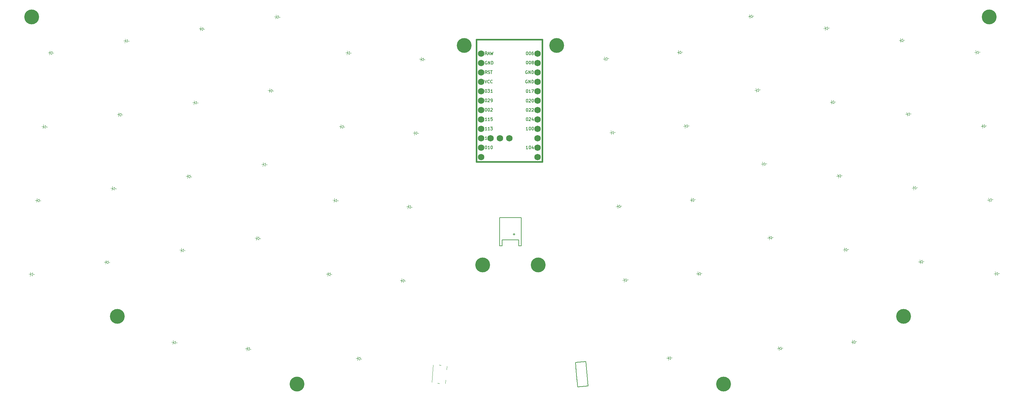
<source format=gbr>
%TF.GenerationSoftware,KiCad,Pcbnew,9.0.2*%
%TF.CreationDate,2025-06-04T11:45:29-06:00*%
%TF.ProjectId,chasm-v4,63686173-6d2d-4763-942e-6b696361645f,v1.0.0*%
%TF.SameCoordinates,Original*%
%TF.FileFunction,Legend,Top*%
%TF.FilePolarity,Positive*%
%FSLAX46Y46*%
G04 Gerber Fmt 4.6, Leading zero omitted, Abs format (unit mm)*
G04 Created by KiCad (PCBNEW 9.0.2) date 2025-06-04 11:45:29*
%MOMM*%
%LPD*%
G01*
G04 APERTURE LIST*
%ADD10C,0.150000*%
%ADD11C,0.381000*%
%ADD12C,0.100000*%
%ADD13C,0.120000*%
%ADD14C,1.752600*%
%ADD15C,4.000000*%
G04 APERTURE END LIST*
D10*
X235168479Y-63954854D02*
X234711336Y-63954854D01*
X234939908Y-63954854D02*
X234939908Y-63154854D01*
X234939908Y-63154854D02*
X234863717Y-63269139D01*
X234863717Y-63269139D02*
X234787527Y-63345330D01*
X234787527Y-63345330D02*
X234711336Y-63383425D01*
X235663718Y-63154854D02*
X235739908Y-63154854D01*
X235739908Y-63154854D02*
X235816099Y-63192949D01*
X235816099Y-63192949D02*
X235854194Y-63231044D01*
X235854194Y-63231044D02*
X235892289Y-63307235D01*
X235892289Y-63307235D02*
X235930384Y-63459616D01*
X235930384Y-63459616D02*
X235930384Y-63650092D01*
X235930384Y-63650092D02*
X235892289Y-63802473D01*
X235892289Y-63802473D02*
X235854194Y-63878663D01*
X235854194Y-63878663D02*
X235816099Y-63916759D01*
X235816099Y-63916759D02*
X235739908Y-63954854D01*
X235739908Y-63954854D02*
X235663718Y-63954854D01*
X235663718Y-63954854D02*
X235587527Y-63916759D01*
X235587527Y-63916759D02*
X235549432Y-63878663D01*
X235549432Y-63878663D02*
X235511337Y-63802473D01*
X235511337Y-63802473D02*
X235473241Y-63650092D01*
X235473241Y-63650092D02*
X235473241Y-63459616D01*
X235473241Y-63459616D02*
X235511337Y-63307235D01*
X235511337Y-63307235D02*
X235549432Y-63231044D01*
X235549432Y-63231044D02*
X235587527Y-63192949D01*
X235587527Y-63192949D02*
X235663718Y-63154854D01*
X236616099Y-63421520D02*
X236616099Y-63954854D01*
X236425623Y-63116759D02*
X236235146Y-63688187D01*
X236235146Y-63688187D02*
X236730385Y-63688187D01*
X235168479Y-58874854D02*
X234711336Y-58874854D01*
X234939908Y-58874854D02*
X234939908Y-58074854D01*
X234939908Y-58074854D02*
X234863717Y-58189139D01*
X234863717Y-58189139D02*
X234787527Y-58265330D01*
X234787527Y-58265330D02*
X234711336Y-58303425D01*
X235663718Y-58074854D02*
X235739908Y-58074854D01*
X235739908Y-58074854D02*
X235816099Y-58112949D01*
X235816099Y-58112949D02*
X235854194Y-58151044D01*
X235854194Y-58151044D02*
X235892289Y-58227235D01*
X235892289Y-58227235D02*
X235930384Y-58379616D01*
X235930384Y-58379616D02*
X235930384Y-58570092D01*
X235930384Y-58570092D02*
X235892289Y-58722473D01*
X235892289Y-58722473D02*
X235854194Y-58798663D01*
X235854194Y-58798663D02*
X235816099Y-58836759D01*
X235816099Y-58836759D02*
X235739908Y-58874854D01*
X235739908Y-58874854D02*
X235663718Y-58874854D01*
X235663718Y-58874854D02*
X235587527Y-58836759D01*
X235587527Y-58836759D02*
X235549432Y-58798663D01*
X235549432Y-58798663D02*
X235511337Y-58722473D01*
X235511337Y-58722473D02*
X235473241Y-58570092D01*
X235473241Y-58570092D02*
X235473241Y-58379616D01*
X235473241Y-58379616D02*
X235511337Y-58227235D01*
X235511337Y-58227235D02*
X235549432Y-58151044D01*
X235549432Y-58151044D02*
X235587527Y-58112949D01*
X235587527Y-58112949D02*
X235663718Y-58074854D01*
X236425623Y-58074854D02*
X236501813Y-58074854D01*
X236501813Y-58074854D02*
X236578004Y-58112949D01*
X236578004Y-58112949D02*
X236616099Y-58151044D01*
X236616099Y-58151044D02*
X236654194Y-58227235D01*
X236654194Y-58227235D02*
X236692289Y-58379616D01*
X236692289Y-58379616D02*
X236692289Y-58570092D01*
X236692289Y-58570092D02*
X236654194Y-58722473D01*
X236654194Y-58722473D02*
X236616099Y-58798663D01*
X236616099Y-58798663D02*
X236578004Y-58836759D01*
X236578004Y-58836759D02*
X236501813Y-58874854D01*
X236501813Y-58874854D02*
X236425623Y-58874854D01*
X236425623Y-58874854D02*
X236349432Y-58836759D01*
X236349432Y-58836759D02*
X236311337Y-58798663D01*
X236311337Y-58798663D02*
X236273242Y-58722473D01*
X236273242Y-58722473D02*
X236235146Y-58570092D01*
X236235146Y-58570092D02*
X236235146Y-58379616D01*
X236235146Y-58379616D02*
X236273242Y-58227235D01*
X236273242Y-58227235D02*
X236311337Y-58151044D01*
X236311337Y-58151044D02*
X236349432Y-58112949D01*
X236349432Y-58112949D02*
X236425623Y-58074854D01*
X234901813Y-55534854D02*
X234978003Y-55534854D01*
X234978003Y-55534854D02*
X235054194Y-55572949D01*
X235054194Y-55572949D02*
X235092289Y-55611044D01*
X235092289Y-55611044D02*
X235130384Y-55687235D01*
X235130384Y-55687235D02*
X235168479Y-55839616D01*
X235168479Y-55839616D02*
X235168479Y-56030092D01*
X235168479Y-56030092D02*
X235130384Y-56182473D01*
X235130384Y-56182473D02*
X235092289Y-56258663D01*
X235092289Y-56258663D02*
X235054194Y-56296759D01*
X235054194Y-56296759D02*
X234978003Y-56334854D01*
X234978003Y-56334854D02*
X234901813Y-56334854D01*
X234901813Y-56334854D02*
X234825622Y-56296759D01*
X234825622Y-56296759D02*
X234787527Y-56258663D01*
X234787527Y-56258663D02*
X234749432Y-56182473D01*
X234749432Y-56182473D02*
X234711336Y-56030092D01*
X234711336Y-56030092D02*
X234711336Y-55839616D01*
X234711336Y-55839616D02*
X234749432Y-55687235D01*
X234749432Y-55687235D02*
X234787527Y-55611044D01*
X234787527Y-55611044D02*
X234825622Y-55572949D01*
X234825622Y-55572949D02*
X234901813Y-55534854D01*
X235473241Y-55611044D02*
X235511337Y-55572949D01*
X235511337Y-55572949D02*
X235587527Y-55534854D01*
X235587527Y-55534854D02*
X235778003Y-55534854D01*
X235778003Y-55534854D02*
X235854194Y-55572949D01*
X235854194Y-55572949D02*
X235892289Y-55611044D01*
X235892289Y-55611044D02*
X235930384Y-55687235D01*
X235930384Y-55687235D02*
X235930384Y-55763425D01*
X235930384Y-55763425D02*
X235892289Y-55877711D01*
X235892289Y-55877711D02*
X235435146Y-56334854D01*
X235435146Y-56334854D02*
X235930384Y-56334854D01*
X236616099Y-55801520D02*
X236616099Y-56334854D01*
X236425623Y-55496759D02*
X236235146Y-56068187D01*
X236235146Y-56068187D02*
X236730385Y-56068187D01*
X234901813Y-53024854D02*
X234978003Y-53024854D01*
X234978003Y-53024854D02*
X235054194Y-53062949D01*
X235054194Y-53062949D02*
X235092289Y-53101044D01*
X235092289Y-53101044D02*
X235130384Y-53177235D01*
X235130384Y-53177235D02*
X235168479Y-53329616D01*
X235168479Y-53329616D02*
X235168479Y-53520092D01*
X235168479Y-53520092D02*
X235130384Y-53672473D01*
X235130384Y-53672473D02*
X235092289Y-53748663D01*
X235092289Y-53748663D02*
X235054194Y-53786759D01*
X235054194Y-53786759D02*
X234978003Y-53824854D01*
X234978003Y-53824854D02*
X234901813Y-53824854D01*
X234901813Y-53824854D02*
X234825622Y-53786759D01*
X234825622Y-53786759D02*
X234787527Y-53748663D01*
X234787527Y-53748663D02*
X234749432Y-53672473D01*
X234749432Y-53672473D02*
X234711336Y-53520092D01*
X234711336Y-53520092D02*
X234711336Y-53329616D01*
X234711336Y-53329616D02*
X234749432Y-53177235D01*
X234749432Y-53177235D02*
X234787527Y-53101044D01*
X234787527Y-53101044D02*
X234825622Y-53062949D01*
X234825622Y-53062949D02*
X234901813Y-53024854D01*
X235473241Y-53101044D02*
X235511337Y-53062949D01*
X235511337Y-53062949D02*
X235587527Y-53024854D01*
X235587527Y-53024854D02*
X235778003Y-53024854D01*
X235778003Y-53024854D02*
X235854194Y-53062949D01*
X235854194Y-53062949D02*
X235892289Y-53101044D01*
X235892289Y-53101044D02*
X235930384Y-53177235D01*
X235930384Y-53177235D02*
X235930384Y-53253425D01*
X235930384Y-53253425D02*
X235892289Y-53367711D01*
X235892289Y-53367711D02*
X235435146Y-53824854D01*
X235435146Y-53824854D02*
X235930384Y-53824854D01*
X236235146Y-53101044D02*
X236273242Y-53062949D01*
X236273242Y-53062949D02*
X236349432Y-53024854D01*
X236349432Y-53024854D02*
X236539908Y-53024854D01*
X236539908Y-53024854D02*
X236616099Y-53062949D01*
X236616099Y-53062949D02*
X236654194Y-53101044D01*
X236654194Y-53101044D02*
X236692289Y-53177235D01*
X236692289Y-53177235D02*
X236692289Y-53253425D01*
X236692289Y-53253425D02*
X236654194Y-53367711D01*
X236654194Y-53367711D02*
X236197051Y-53824854D01*
X236197051Y-53824854D02*
X236692289Y-53824854D01*
X234901813Y-50524854D02*
X234978003Y-50524854D01*
X234978003Y-50524854D02*
X235054194Y-50562949D01*
X235054194Y-50562949D02*
X235092289Y-50601044D01*
X235092289Y-50601044D02*
X235130384Y-50677235D01*
X235130384Y-50677235D02*
X235168479Y-50829616D01*
X235168479Y-50829616D02*
X235168479Y-51020092D01*
X235168479Y-51020092D02*
X235130384Y-51172473D01*
X235130384Y-51172473D02*
X235092289Y-51248663D01*
X235092289Y-51248663D02*
X235054194Y-51286759D01*
X235054194Y-51286759D02*
X234978003Y-51324854D01*
X234978003Y-51324854D02*
X234901813Y-51324854D01*
X234901813Y-51324854D02*
X234825622Y-51286759D01*
X234825622Y-51286759D02*
X234787527Y-51248663D01*
X234787527Y-51248663D02*
X234749432Y-51172473D01*
X234749432Y-51172473D02*
X234711336Y-51020092D01*
X234711336Y-51020092D02*
X234711336Y-50829616D01*
X234711336Y-50829616D02*
X234749432Y-50677235D01*
X234749432Y-50677235D02*
X234787527Y-50601044D01*
X234787527Y-50601044D02*
X234825622Y-50562949D01*
X234825622Y-50562949D02*
X234901813Y-50524854D01*
X235473241Y-50601044D02*
X235511337Y-50562949D01*
X235511337Y-50562949D02*
X235587527Y-50524854D01*
X235587527Y-50524854D02*
X235778003Y-50524854D01*
X235778003Y-50524854D02*
X235854194Y-50562949D01*
X235854194Y-50562949D02*
X235892289Y-50601044D01*
X235892289Y-50601044D02*
X235930384Y-50677235D01*
X235930384Y-50677235D02*
X235930384Y-50753425D01*
X235930384Y-50753425D02*
X235892289Y-50867711D01*
X235892289Y-50867711D02*
X235435146Y-51324854D01*
X235435146Y-51324854D02*
X235930384Y-51324854D01*
X236425623Y-50524854D02*
X236501813Y-50524854D01*
X236501813Y-50524854D02*
X236578004Y-50562949D01*
X236578004Y-50562949D02*
X236616099Y-50601044D01*
X236616099Y-50601044D02*
X236654194Y-50677235D01*
X236654194Y-50677235D02*
X236692289Y-50829616D01*
X236692289Y-50829616D02*
X236692289Y-51020092D01*
X236692289Y-51020092D02*
X236654194Y-51172473D01*
X236654194Y-51172473D02*
X236616099Y-51248663D01*
X236616099Y-51248663D02*
X236578004Y-51286759D01*
X236578004Y-51286759D02*
X236501813Y-51324854D01*
X236501813Y-51324854D02*
X236425623Y-51324854D01*
X236425623Y-51324854D02*
X236349432Y-51286759D01*
X236349432Y-51286759D02*
X236311337Y-51248663D01*
X236311337Y-51248663D02*
X236273242Y-51172473D01*
X236273242Y-51172473D02*
X236235146Y-51020092D01*
X236235146Y-51020092D02*
X236235146Y-50829616D01*
X236235146Y-50829616D02*
X236273242Y-50677235D01*
X236273242Y-50677235D02*
X236311337Y-50601044D01*
X236311337Y-50601044D02*
X236349432Y-50562949D01*
X236349432Y-50562949D02*
X236425623Y-50524854D01*
X234901813Y-47924854D02*
X234978003Y-47924854D01*
X234978003Y-47924854D02*
X235054194Y-47962949D01*
X235054194Y-47962949D02*
X235092289Y-48001044D01*
X235092289Y-48001044D02*
X235130384Y-48077235D01*
X235130384Y-48077235D02*
X235168479Y-48229616D01*
X235168479Y-48229616D02*
X235168479Y-48420092D01*
X235168479Y-48420092D02*
X235130384Y-48572473D01*
X235130384Y-48572473D02*
X235092289Y-48648663D01*
X235092289Y-48648663D02*
X235054194Y-48686759D01*
X235054194Y-48686759D02*
X234978003Y-48724854D01*
X234978003Y-48724854D02*
X234901813Y-48724854D01*
X234901813Y-48724854D02*
X234825622Y-48686759D01*
X234825622Y-48686759D02*
X234787527Y-48648663D01*
X234787527Y-48648663D02*
X234749432Y-48572473D01*
X234749432Y-48572473D02*
X234711336Y-48420092D01*
X234711336Y-48420092D02*
X234711336Y-48229616D01*
X234711336Y-48229616D02*
X234749432Y-48077235D01*
X234749432Y-48077235D02*
X234787527Y-48001044D01*
X234787527Y-48001044D02*
X234825622Y-47962949D01*
X234825622Y-47962949D02*
X234901813Y-47924854D01*
X235930384Y-48724854D02*
X235473241Y-48724854D01*
X235701813Y-48724854D02*
X235701813Y-47924854D01*
X235701813Y-47924854D02*
X235625622Y-48039139D01*
X235625622Y-48039139D02*
X235549432Y-48115330D01*
X235549432Y-48115330D02*
X235473241Y-48153425D01*
X236197051Y-47924854D02*
X236730385Y-47924854D01*
X236730385Y-47924854D02*
X236387527Y-48724854D01*
X235016099Y-45412949D02*
X234939909Y-45374854D01*
X234939909Y-45374854D02*
X234825623Y-45374854D01*
X234825623Y-45374854D02*
X234711337Y-45412949D01*
X234711337Y-45412949D02*
X234635147Y-45489139D01*
X234635147Y-45489139D02*
X234597052Y-45565330D01*
X234597052Y-45565330D02*
X234558956Y-45717711D01*
X234558956Y-45717711D02*
X234558956Y-45831997D01*
X234558956Y-45831997D02*
X234597052Y-45984378D01*
X234597052Y-45984378D02*
X234635147Y-46060568D01*
X234635147Y-46060568D02*
X234711337Y-46136759D01*
X234711337Y-46136759D02*
X234825623Y-46174854D01*
X234825623Y-46174854D02*
X234901814Y-46174854D01*
X234901814Y-46174854D02*
X235016099Y-46136759D01*
X235016099Y-46136759D02*
X235054195Y-46098663D01*
X235054195Y-46098663D02*
X235054195Y-45831997D01*
X235054195Y-45831997D02*
X234901814Y-45831997D01*
X235397052Y-46174854D02*
X235397052Y-45374854D01*
X235397052Y-45374854D02*
X235854195Y-46174854D01*
X235854195Y-46174854D02*
X235854195Y-45374854D01*
X236235147Y-46174854D02*
X236235147Y-45374854D01*
X236235147Y-45374854D02*
X236425623Y-45374854D01*
X236425623Y-45374854D02*
X236539909Y-45412949D01*
X236539909Y-45412949D02*
X236616099Y-45489139D01*
X236616099Y-45489139D02*
X236654194Y-45565330D01*
X236654194Y-45565330D02*
X236692290Y-45717711D01*
X236692290Y-45717711D02*
X236692290Y-45831997D01*
X236692290Y-45831997D02*
X236654194Y-45984378D01*
X236654194Y-45984378D02*
X236616099Y-46060568D01*
X236616099Y-46060568D02*
X236539909Y-46136759D01*
X236539909Y-46136759D02*
X236425623Y-46174854D01*
X236425623Y-46174854D02*
X236235147Y-46174854D01*
X235016099Y-42872949D02*
X234939909Y-42834854D01*
X234939909Y-42834854D02*
X234825623Y-42834854D01*
X234825623Y-42834854D02*
X234711337Y-42872949D01*
X234711337Y-42872949D02*
X234635147Y-42949139D01*
X234635147Y-42949139D02*
X234597052Y-43025330D01*
X234597052Y-43025330D02*
X234558956Y-43177711D01*
X234558956Y-43177711D02*
X234558956Y-43291997D01*
X234558956Y-43291997D02*
X234597052Y-43444378D01*
X234597052Y-43444378D02*
X234635147Y-43520568D01*
X234635147Y-43520568D02*
X234711337Y-43596759D01*
X234711337Y-43596759D02*
X234825623Y-43634854D01*
X234825623Y-43634854D02*
X234901814Y-43634854D01*
X234901814Y-43634854D02*
X235016099Y-43596759D01*
X235016099Y-43596759D02*
X235054195Y-43558663D01*
X235054195Y-43558663D02*
X235054195Y-43291997D01*
X235054195Y-43291997D02*
X234901814Y-43291997D01*
X235397052Y-43634854D02*
X235397052Y-42834854D01*
X235397052Y-42834854D02*
X235854195Y-43634854D01*
X235854195Y-43634854D02*
X235854195Y-42834854D01*
X236235147Y-43634854D02*
X236235147Y-42834854D01*
X236235147Y-42834854D02*
X236425623Y-42834854D01*
X236425623Y-42834854D02*
X236539909Y-42872949D01*
X236539909Y-42872949D02*
X236616099Y-42949139D01*
X236616099Y-42949139D02*
X236654194Y-43025330D01*
X236654194Y-43025330D02*
X236692290Y-43177711D01*
X236692290Y-43177711D02*
X236692290Y-43291997D01*
X236692290Y-43291997D02*
X236654194Y-43444378D01*
X236654194Y-43444378D02*
X236616099Y-43520568D01*
X236616099Y-43520568D02*
X236539909Y-43596759D01*
X236539909Y-43596759D02*
X236425623Y-43634854D01*
X236425623Y-43634854D02*
X236235147Y-43634854D01*
X234901813Y-40224854D02*
X234978003Y-40224854D01*
X234978003Y-40224854D02*
X235054194Y-40262949D01*
X235054194Y-40262949D02*
X235092289Y-40301044D01*
X235092289Y-40301044D02*
X235130384Y-40377235D01*
X235130384Y-40377235D02*
X235168479Y-40529616D01*
X235168479Y-40529616D02*
X235168479Y-40720092D01*
X235168479Y-40720092D02*
X235130384Y-40872473D01*
X235130384Y-40872473D02*
X235092289Y-40948663D01*
X235092289Y-40948663D02*
X235054194Y-40986759D01*
X235054194Y-40986759D02*
X234978003Y-41024854D01*
X234978003Y-41024854D02*
X234901813Y-41024854D01*
X234901813Y-41024854D02*
X234825622Y-40986759D01*
X234825622Y-40986759D02*
X234787527Y-40948663D01*
X234787527Y-40948663D02*
X234749432Y-40872473D01*
X234749432Y-40872473D02*
X234711336Y-40720092D01*
X234711336Y-40720092D02*
X234711336Y-40529616D01*
X234711336Y-40529616D02*
X234749432Y-40377235D01*
X234749432Y-40377235D02*
X234787527Y-40301044D01*
X234787527Y-40301044D02*
X234825622Y-40262949D01*
X234825622Y-40262949D02*
X234901813Y-40224854D01*
X235663718Y-40224854D02*
X235739908Y-40224854D01*
X235739908Y-40224854D02*
X235816099Y-40262949D01*
X235816099Y-40262949D02*
X235854194Y-40301044D01*
X235854194Y-40301044D02*
X235892289Y-40377235D01*
X235892289Y-40377235D02*
X235930384Y-40529616D01*
X235930384Y-40529616D02*
X235930384Y-40720092D01*
X235930384Y-40720092D02*
X235892289Y-40872473D01*
X235892289Y-40872473D02*
X235854194Y-40948663D01*
X235854194Y-40948663D02*
X235816099Y-40986759D01*
X235816099Y-40986759D02*
X235739908Y-41024854D01*
X235739908Y-41024854D02*
X235663718Y-41024854D01*
X235663718Y-41024854D02*
X235587527Y-40986759D01*
X235587527Y-40986759D02*
X235549432Y-40948663D01*
X235549432Y-40948663D02*
X235511337Y-40872473D01*
X235511337Y-40872473D02*
X235473241Y-40720092D01*
X235473241Y-40720092D02*
X235473241Y-40529616D01*
X235473241Y-40529616D02*
X235511337Y-40377235D01*
X235511337Y-40377235D02*
X235549432Y-40301044D01*
X235549432Y-40301044D02*
X235587527Y-40262949D01*
X235587527Y-40262949D02*
X235663718Y-40224854D01*
X236387527Y-40567711D02*
X236311337Y-40529616D01*
X236311337Y-40529616D02*
X236273242Y-40491520D01*
X236273242Y-40491520D02*
X236235146Y-40415330D01*
X236235146Y-40415330D02*
X236235146Y-40377235D01*
X236235146Y-40377235D02*
X236273242Y-40301044D01*
X236273242Y-40301044D02*
X236311337Y-40262949D01*
X236311337Y-40262949D02*
X236387527Y-40224854D01*
X236387527Y-40224854D02*
X236539908Y-40224854D01*
X236539908Y-40224854D02*
X236616099Y-40262949D01*
X236616099Y-40262949D02*
X236654194Y-40301044D01*
X236654194Y-40301044D02*
X236692289Y-40377235D01*
X236692289Y-40377235D02*
X236692289Y-40415330D01*
X236692289Y-40415330D02*
X236654194Y-40491520D01*
X236654194Y-40491520D02*
X236616099Y-40529616D01*
X236616099Y-40529616D02*
X236539908Y-40567711D01*
X236539908Y-40567711D02*
X236387527Y-40567711D01*
X236387527Y-40567711D02*
X236311337Y-40605806D01*
X236311337Y-40605806D02*
X236273242Y-40643901D01*
X236273242Y-40643901D02*
X236235146Y-40720092D01*
X236235146Y-40720092D02*
X236235146Y-40872473D01*
X236235146Y-40872473D02*
X236273242Y-40948663D01*
X236273242Y-40948663D02*
X236311337Y-40986759D01*
X236311337Y-40986759D02*
X236387527Y-41024854D01*
X236387527Y-41024854D02*
X236539908Y-41024854D01*
X236539908Y-41024854D02*
X236616099Y-40986759D01*
X236616099Y-40986759D02*
X236654194Y-40948663D01*
X236654194Y-40948663D02*
X236692289Y-40872473D01*
X236692289Y-40872473D02*
X236692289Y-40720092D01*
X236692289Y-40720092D02*
X236654194Y-40643901D01*
X236654194Y-40643901D02*
X236616099Y-40605806D01*
X236616099Y-40605806D02*
X236539908Y-40567711D01*
X234901813Y-37754854D02*
X234978003Y-37754854D01*
X234978003Y-37754854D02*
X235054194Y-37792949D01*
X235054194Y-37792949D02*
X235092289Y-37831044D01*
X235092289Y-37831044D02*
X235130384Y-37907235D01*
X235130384Y-37907235D02*
X235168479Y-38059616D01*
X235168479Y-38059616D02*
X235168479Y-38250092D01*
X235168479Y-38250092D02*
X235130384Y-38402473D01*
X235130384Y-38402473D02*
X235092289Y-38478663D01*
X235092289Y-38478663D02*
X235054194Y-38516759D01*
X235054194Y-38516759D02*
X234978003Y-38554854D01*
X234978003Y-38554854D02*
X234901813Y-38554854D01*
X234901813Y-38554854D02*
X234825622Y-38516759D01*
X234825622Y-38516759D02*
X234787527Y-38478663D01*
X234787527Y-38478663D02*
X234749432Y-38402473D01*
X234749432Y-38402473D02*
X234711336Y-38250092D01*
X234711336Y-38250092D02*
X234711336Y-38059616D01*
X234711336Y-38059616D02*
X234749432Y-37907235D01*
X234749432Y-37907235D02*
X234787527Y-37831044D01*
X234787527Y-37831044D02*
X234825622Y-37792949D01*
X234825622Y-37792949D02*
X234901813Y-37754854D01*
X235663718Y-37754854D02*
X235739908Y-37754854D01*
X235739908Y-37754854D02*
X235816099Y-37792949D01*
X235816099Y-37792949D02*
X235854194Y-37831044D01*
X235854194Y-37831044D02*
X235892289Y-37907235D01*
X235892289Y-37907235D02*
X235930384Y-38059616D01*
X235930384Y-38059616D02*
X235930384Y-38250092D01*
X235930384Y-38250092D02*
X235892289Y-38402473D01*
X235892289Y-38402473D02*
X235854194Y-38478663D01*
X235854194Y-38478663D02*
X235816099Y-38516759D01*
X235816099Y-38516759D02*
X235739908Y-38554854D01*
X235739908Y-38554854D02*
X235663718Y-38554854D01*
X235663718Y-38554854D02*
X235587527Y-38516759D01*
X235587527Y-38516759D02*
X235549432Y-38478663D01*
X235549432Y-38478663D02*
X235511337Y-38402473D01*
X235511337Y-38402473D02*
X235473241Y-38250092D01*
X235473241Y-38250092D02*
X235473241Y-38059616D01*
X235473241Y-38059616D02*
X235511337Y-37907235D01*
X235511337Y-37907235D02*
X235549432Y-37831044D01*
X235549432Y-37831044D02*
X235587527Y-37792949D01*
X235587527Y-37792949D02*
X235663718Y-37754854D01*
X236616099Y-37754854D02*
X236463718Y-37754854D01*
X236463718Y-37754854D02*
X236387527Y-37792949D01*
X236387527Y-37792949D02*
X236349432Y-37831044D01*
X236349432Y-37831044D02*
X236273242Y-37945330D01*
X236273242Y-37945330D02*
X236235146Y-38097711D01*
X236235146Y-38097711D02*
X236235146Y-38402473D01*
X236235146Y-38402473D02*
X236273242Y-38478663D01*
X236273242Y-38478663D02*
X236311337Y-38516759D01*
X236311337Y-38516759D02*
X236387527Y-38554854D01*
X236387527Y-38554854D02*
X236539908Y-38554854D01*
X236539908Y-38554854D02*
X236616099Y-38516759D01*
X236616099Y-38516759D02*
X236654194Y-38478663D01*
X236654194Y-38478663D02*
X236692289Y-38402473D01*
X236692289Y-38402473D02*
X236692289Y-38211997D01*
X236692289Y-38211997D02*
X236654194Y-38135806D01*
X236654194Y-38135806D02*
X236616099Y-38097711D01*
X236616099Y-38097711D02*
X236539908Y-38059616D01*
X236539908Y-38059616D02*
X236387527Y-38059616D01*
X236387527Y-38059616D02*
X236311337Y-38097711D01*
X236311337Y-38097711D02*
X236273242Y-38135806D01*
X236273242Y-38135806D02*
X236235146Y-38211997D01*
X223827432Y-63154854D02*
X223903622Y-63154854D01*
X223903622Y-63154854D02*
X223979813Y-63192949D01*
X223979813Y-63192949D02*
X224017908Y-63231044D01*
X224017908Y-63231044D02*
X224056003Y-63307235D01*
X224056003Y-63307235D02*
X224094098Y-63459616D01*
X224094098Y-63459616D02*
X224094098Y-63650092D01*
X224094098Y-63650092D02*
X224056003Y-63802473D01*
X224056003Y-63802473D02*
X224017908Y-63878663D01*
X224017908Y-63878663D02*
X223979813Y-63916759D01*
X223979813Y-63916759D02*
X223903622Y-63954854D01*
X223903622Y-63954854D02*
X223827432Y-63954854D01*
X223827432Y-63954854D02*
X223751241Y-63916759D01*
X223751241Y-63916759D02*
X223713146Y-63878663D01*
X223713146Y-63878663D02*
X223675051Y-63802473D01*
X223675051Y-63802473D02*
X223636955Y-63650092D01*
X223636955Y-63650092D02*
X223636955Y-63459616D01*
X223636955Y-63459616D02*
X223675051Y-63307235D01*
X223675051Y-63307235D02*
X223713146Y-63231044D01*
X223713146Y-63231044D02*
X223751241Y-63192949D01*
X223751241Y-63192949D02*
X223827432Y-63154854D01*
X224856003Y-63954854D02*
X224398860Y-63954854D01*
X224627432Y-63954854D02*
X224627432Y-63154854D01*
X224627432Y-63154854D02*
X224551241Y-63269139D01*
X224551241Y-63269139D02*
X224475051Y-63345330D01*
X224475051Y-63345330D02*
X224398860Y-63383425D01*
X225351242Y-63154854D02*
X225427432Y-63154854D01*
X225427432Y-63154854D02*
X225503623Y-63192949D01*
X225503623Y-63192949D02*
X225541718Y-63231044D01*
X225541718Y-63231044D02*
X225579813Y-63307235D01*
X225579813Y-63307235D02*
X225617908Y-63459616D01*
X225617908Y-63459616D02*
X225617908Y-63650092D01*
X225617908Y-63650092D02*
X225579813Y-63802473D01*
X225579813Y-63802473D02*
X225541718Y-63878663D01*
X225541718Y-63878663D02*
X225503623Y-63916759D01*
X225503623Y-63916759D02*
X225427432Y-63954854D01*
X225427432Y-63954854D02*
X225351242Y-63954854D01*
X225351242Y-63954854D02*
X225275051Y-63916759D01*
X225275051Y-63916759D02*
X225236956Y-63878663D01*
X225236956Y-63878663D02*
X225198861Y-63802473D01*
X225198861Y-63802473D02*
X225160765Y-63650092D01*
X225160765Y-63650092D02*
X225160765Y-63459616D01*
X225160765Y-63459616D02*
X225198861Y-63307235D01*
X225198861Y-63307235D02*
X225236956Y-63231044D01*
X225236956Y-63231044D02*
X225275051Y-63192949D01*
X225275051Y-63192949D02*
X225351242Y-63154854D01*
X224094098Y-61414854D02*
X223636955Y-61414854D01*
X223865527Y-61414854D02*
X223865527Y-60614854D01*
X223865527Y-60614854D02*
X223789336Y-60729139D01*
X223789336Y-60729139D02*
X223713146Y-60805330D01*
X223713146Y-60805330D02*
X223636955Y-60843425D01*
X224856003Y-61414854D02*
X224398860Y-61414854D01*
X224627432Y-61414854D02*
X224627432Y-60614854D01*
X224627432Y-60614854D02*
X224551241Y-60729139D01*
X224551241Y-60729139D02*
X224475051Y-60805330D01*
X224475051Y-60805330D02*
X224398860Y-60843425D01*
X225617908Y-61414854D02*
X225160765Y-61414854D01*
X225389337Y-61414854D02*
X225389337Y-60614854D01*
X225389337Y-60614854D02*
X225313146Y-60729139D01*
X225313146Y-60729139D02*
X225236956Y-60805330D01*
X225236956Y-60805330D02*
X225160765Y-60843425D01*
X224094098Y-58874854D02*
X223636955Y-58874854D01*
X223865527Y-58874854D02*
X223865527Y-58074854D01*
X223865527Y-58074854D02*
X223789336Y-58189139D01*
X223789336Y-58189139D02*
X223713146Y-58265330D01*
X223713146Y-58265330D02*
X223636955Y-58303425D01*
X224856003Y-58874854D02*
X224398860Y-58874854D01*
X224627432Y-58874854D02*
X224627432Y-58074854D01*
X224627432Y-58074854D02*
X224551241Y-58189139D01*
X224551241Y-58189139D02*
X224475051Y-58265330D01*
X224475051Y-58265330D02*
X224398860Y-58303425D01*
X225122670Y-58074854D02*
X225617908Y-58074854D01*
X225617908Y-58074854D02*
X225351242Y-58379616D01*
X225351242Y-58379616D02*
X225465527Y-58379616D01*
X225465527Y-58379616D02*
X225541718Y-58417711D01*
X225541718Y-58417711D02*
X225579813Y-58455806D01*
X225579813Y-58455806D02*
X225617908Y-58531997D01*
X225617908Y-58531997D02*
X225617908Y-58722473D01*
X225617908Y-58722473D02*
X225579813Y-58798663D01*
X225579813Y-58798663D02*
X225541718Y-58836759D01*
X225541718Y-58836759D02*
X225465527Y-58874854D01*
X225465527Y-58874854D02*
X225236956Y-58874854D01*
X225236956Y-58874854D02*
X225160765Y-58836759D01*
X225160765Y-58836759D02*
X225122670Y-58798663D01*
X224094098Y-56334854D02*
X223636955Y-56334854D01*
X223865527Y-56334854D02*
X223865527Y-55534854D01*
X223865527Y-55534854D02*
X223789336Y-55649139D01*
X223789336Y-55649139D02*
X223713146Y-55725330D01*
X223713146Y-55725330D02*
X223636955Y-55763425D01*
X224856003Y-56334854D02*
X224398860Y-56334854D01*
X224627432Y-56334854D02*
X224627432Y-55534854D01*
X224627432Y-55534854D02*
X224551241Y-55649139D01*
X224551241Y-55649139D02*
X224475051Y-55725330D01*
X224475051Y-55725330D02*
X224398860Y-55763425D01*
X225579813Y-55534854D02*
X225198861Y-55534854D01*
X225198861Y-55534854D02*
X225160765Y-55915806D01*
X225160765Y-55915806D02*
X225198861Y-55877711D01*
X225198861Y-55877711D02*
X225275051Y-55839616D01*
X225275051Y-55839616D02*
X225465527Y-55839616D01*
X225465527Y-55839616D02*
X225541718Y-55877711D01*
X225541718Y-55877711D02*
X225579813Y-55915806D01*
X225579813Y-55915806D02*
X225617908Y-55991997D01*
X225617908Y-55991997D02*
X225617908Y-56182473D01*
X225617908Y-56182473D02*
X225579813Y-56258663D01*
X225579813Y-56258663D02*
X225541718Y-56296759D01*
X225541718Y-56296759D02*
X225465527Y-56334854D01*
X225465527Y-56334854D02*
X225275051Y-56334854D01*
X225275051Y-56334854D02*
X225198861Y-56296759D01*
X225198861Y-56296759D02*
X225160765Y-56258663D01*
X223827432Y-52994854D02*
X223903622Y-52994854D01*
X223903622Y-52994854D02*
X223979813Y-53032949D01*
X223979813Y-53032949D02*
X224017908Y-53071044D01*
X224017908Y-53071044D02*
X224056003Y-53147235D01*
X224056003Y-53147235D02*
X224094098Y-53299616D01*
X224094098Y-53299616D02*
X224094098Y-53490092D01*
X224094098Y-53490092D02*
X224056003Y-53642473D01*
X224056003Y-53642473D02*
X224017908Y-53718663D01*
X224017908Y-53718663D02*
X223979813Y-53756759D01*
X223979813Y-53756759D02*
X223903622Y-53794854D01*
X223903622Y-53794854D02*
X223827432Y-53794854D01*
X223827432Y-53794854D02*
X223751241Y-53756759D01*
X223751241Y-53756759D02*
X223713146Y-53718663D01*
X223713146Y-53718663D02*
X223675051Y-53642473D01*
X223675051Y-53642473D02*
X223636955Y-53490092D01*
X223636955Y-53490092D02*
X223636955Y-53299616D01*
X223636955Y-53299616D02*
X223675051Y-53147235D01*
X223675051Y-53147235D02*
X223713146Y-53071044D01*
X223713146Y-53071044D02*
X223751241Y-53032949D01*
X223751241Y-53032949D02*
X223827432Y-52994854D01*
X224589337Y-52994854D02*
X224665527Y-52994854D01*
X224665527Y-52994854D02*
X224741718Y-53032949D01*
X224741718Y-53032949D02*
X224779813Y-53071044D01*
X224779813Y-53071044D02*
X224817908Y-53147235D01*
X224817908Y-53147235D02*
X224856003Y-53299616D01*
X224856003Y-53299616D02*
X224856003Y-53490092D01*
X224856003Y-53490092D02*
X224817908Y-53642473D01*
X224817908Y-53642473D02*
X224779813Y-53718663D01*
X224779813Y-53718663D02*
X224741718Y-53756759D01*
X224741718Y-53756759D02*
X224665527Y-53794854D01*
X224665527Y-53794854D02*
X224589337Y-53794854D01*
X224589337Y-53794854D02*
X224513146Y-53756759D01*
X224513146Y-53756759D02*
X224475051Y-53718663D01*
X224475051Y-53718663D02*
X224436956Y-53642473D01*
X224436956Y-53642473D02*
X224398860Y-53490092D01*
X224398860Y-53490092D02*
X224398860Y-53299616D01*
X224398860Y-53299616D02*
X224436956Y-53147235D01*
X224436956Y-53147235D02*
X224475051Y-53071044D01*
X224475051Y-53071044D02*
X224513146Y-53032949D01*
X224513146Y-53032949D02*
X224589337Y-52994854D01*
X225160765Y-53071044D02*
X225198861Y-53032949D01*
X225198861Y-53032949D02*
X225275051Y-52994854D01*
X225275051Y-52994854D02*
X225465527Y-52994854D01*
X225465527Y-52994854D02*
X225541718Y-53032949D01*
X225541718Y-53032949D02*
X225579813Y-53071044D01*
X225579813Y-53071044D02*
X225617908Y-53147235D01*
X225617908Y-53147235D02*
X225617908Y-53223425D01*
X225617908Y-53223425D02*
X225579813Y-53337711D01*
X225579813Y-53337711D02*
X225122670Y-53794854D01*
X225122670Y-53794854D02*
X225617908Y-53794854D01*
X223827432Y-50454854D02*
X223903622Y-50454854D01*
X223903622Y-50454854D02*
X223979813Y-50492949D01*
X223979813Y-50492949D02*
X224017908Y-50531044D01*
X224017908Y-50531044D02*
X224056003Y-50607235D01*
X224056003Y-50607235D02*
X224094098Y-50759616D01*
X224094098Y-50759616D02*
X224094098Y-50950092D01*
X224094098Y-50950092D02*
X224056003Y-51102473D01*
X224056003Y-51102473D02*
X224017908Y-51178663D01*
X224017908Y-51178663D02*
X223979813Y-51216759D01*
X223979813Y-51216759D02*
X223903622Y-51254854D01*
X223903622Y-51254854D02*
X223827432Y-51254854D01*
X223827432Y-51254854D02*
X223751241Y-51216759D01*
X223751241Y-51216759D02*
X223713146Y-51178663D01*
X223713146Y-51178663D02*
X223675051Y-51102473D01*
X223675051Y-51102473D02*
X223636955Y-50950092D01*
X223636955Y-50950092D02*
X223636955Y-50759616D01*
X223636955Y-50759616D02*
X223675051Y-50607235D01*
X223675051Y-50607235D02*
X223713146Y-50531044D01*
X223713146Y-50531044D02*
X223751241Y-50492949D01*
X223751241Y-50492949D02*
X223827432Y-50454854D01*
X224398860Y-50531044D02*
X224436956Y-50492949D01*
X224436956Y-50492949D02*
X224513146Y-50454854D01*
X224513146Y-50454854D02*
X224703622Y-50454854D01*
X224703622Y-50454854D02*
X224779813Y-50492949D01*
X224779813Y-50492949D02*
X224817908Y-50531044D01*
X224817908Y-50531044D02*
X224856003Y-50607235D01*
X224856003Y-50607235D02*
X224856003Y-50683425D01*
X224856003Y-50683425D02*
X224817908Y-50797711D01*
X224817908Y-50797711D02*
X224360765Y-51254854D01*
X224360765Y-51254854D02*
X224856003Y-51254854D01*
X225236956Y-51254854D02*
X225389337Y-51254854D01*
X225389337Y-51254854D02*
X225465527Y-51216759D01*
X225465527Y-51216759D02*
X225503623Y-51178663D01*
X225503623Y-51178663D02*
X225579813Y-51064378D01*
X225579813Y-51064378D02*
X225617908Y-50911997D01*
X225617908Y-50911997D02*
X225617908Y-50607235D01*
X225617908Y-50607235D02*
X225579813Y-50531044D01*
X225579813Y-50531044D02*
X225541718Y-50492949D01*
X225541718Y-50492949D02*
X225465527Y-50454854D01*
X225465527Y-50454854D02*
X225313146Y-50454854D01*
X225313146Y-50454854D02*
X225236956Y-50492949D01*
X225236956Y-50492949D02*
X225198861Y-50531044D01*
X225198861Y-50531044D02*
X225160765Y-50607235D01*
X225160765Y-50607235D02*
X225160765Y-50797711D01*
X225160765Y-50797711D02*
X225198861Y-50873901D01*
X225198861Y-50873901D02*
X225236956Y-50911997D01*
X225236956Y-50911997D02*
X225313146Y-50950092D01*
X225313146Y-50950092D02*
X225465527Y-50950092D01*
X225465527Y-50950092D02*
X225541718Y-50911997D01*
X225541718Y-50911997D02*
X225579813Y-50873901D01*
X225579813Y-50873901D02*
X225617908Y-50797711D01*
X223827432Y-47914854D02*
X223903622Y-47914854D01*
X223903622Y-47914854D02*
X223979813Y-47952949D01*
X223979813Y-47952949D02*
X224017908Y-47991044D01*
X224017908Y-47991044D02*
X224056003Y-48067235D01*
X224056003Y-48067235D02*
X224094098Y-48219616D01*
X224094098Y-48219616D02*
X224094098Y-48410092D01*
X224094098Y-48410092D02*
X224056003Y-48562473D01*
X224056003Y-48562473D02*
X224017908Y-48638663D01*
X224017908Y-48638663D02*
X223979813Y-48676759D01*
X223979813Y-48676759D02*
X223903622Y-48714854D01*
X223903622Y-48714854D02*
X223827432Y-48714854D01*
X223827432Y-48714854D02*
X223751241Y-48676759D01*
X223751241Y-48676759D02*
X223713146Y-48638663D01*
X223713146Y-48638663D02*
X223675051Y-48562473D01*
X223675051Y-48562473D02*
X223636955Y-48410092D01*
X223636955Y-48410092D02*
X223636955Y-48219616D01*
X223636955Y-48219616D02*
X223675051Y-48067235D01*
X223675051Y-48067235D02*
X223713146Y-47991044D01*
X223713146Y-47991044D02*
X223751241Y-47952949D01*
X223751241Y-47952949D02*
X223827432Y-47914854D01*
X224360765Y-47914854D02*
X224856003Y-47914854D01*
X224856003Y-47914854D02*
X224589337Y-48219616D01*
X224589337Y-48219616D02*
X224703622Y-48219616D01*
X224703622Y-48219616D02*
X224779813Y-48257711D01*
X224779813Y-48257711D02*
X224817908Y-48295806D01*
X224817908Y-48295806D02*
X224856003Y-48371997D01*
X224856003Y-48371997D02*
X224856003Y-48562473D01*
X224856003Y-48562473D02*
X224817908Y-48638663D01*
X224817908Y-48638663D02*
X224779813Y-48676759D01*
X224779813Y-48676759D02*
X224703622Y-48714854D01*
X224703622Y-48714854D02*
X224475051Y-48714854D01*
X224475051Y-48714854D02*
X224398860Y-48676759D01*
X224398860Y-48676759D02*
X224360765Y-48638663D01*
X225617908Y-48714854D02*
X225160765Y-48714854D01*
X225389337Y-48714854D02*
X225389337Y-47914854D01*
X225389337Y-47914854D02*
X225313146Y-48029139D01*
X225313146Y-48029139D02*
X225236956Y-48105330D01*
X225236956Y-48105330D02*
X225160765Y-48143425D01*
X223560765Y-45374854D02*
X223827432Y-46174854D01*
X223827432Y-46174854D02*
X224094098Y-45374854D01*
X224817908Y-46098663D02*
X224779812Y-46136759D01*
X224779812Y-46136759D02*
X224665527Y-46174854D01*
X224665527Y-46174854D02*
X224589336Y-46174854D01*
X224589336Y-46174854D02*
X224475050Y-46136759D01*
X224475050Y-46136759D02*
X224398860Y-46060568D01*
X224398860Y-46060568D02*
X224360765Y-45984378D01*
X224360765Y-45984378D02*
X224322669Y-45831997D01*
X224322669Y-45831997D02*
X224322669Y-45717711D01*
X224322669Y-45717711D02*
X224360765Y-45565330D01*
X224360765Y-45565330D02*
X224398860Y-45489139D01*
X224398860Y-45489139D02*
X224475050Y-45412949D01*
X224475050Y-45412949D02*
X224589336Y-45374854D01*
X224589336Y-45374854D02*
X224665527Y-45374854D01*
X224665527Y-45374854D02*
X224779812Y-45412949D01*
X224779812Y-45412949D02*
X224817908Y-45451044D01*
X225617908Y-46098663D02*
X225579812Y-46136759D01*
X225579812Y-46136759D02*
X225465527Y-46174854D01*
X225465527Y-46174854D02*
X225389336Y-46174854D01*
X225389336Y-46174854D02*
X225275050Y-46136759D01*
X225275050Y-46136759D02*
X225198860Y-46060568D01*
X225198860Y-46060568D02*
X225160765Y-45984378D01*
X225160765Y-45984378D02*
X225122669Y-45831997D01*
X225122669Y-45831997D02*
X225122669Y-45717711D01*
X225122669Y-45717711D02*
X225160765Y-45565330D01*
X225160765Y-45565330D02*
X225198860Y-45489139D01*
X225198860Y-45489139D02*
X225275050Y-45412949D01*
X225275050Y-45412949D02*
X225389336Y-45374854D01*
X225389336Y-45374854D02*
X225465527Y-45374854D01*
X225465527Y-45374854D02*
X225579812Y-45412949D01*
X225579812Y-45412949D02*
X225617908Y-45451044D01*
X224138528Y-43634854D02*
X223871861Y-43253901D01*
X223681385Y-43634854D02*
X223681385Y-42834854D01*
X223681385Y-42834854D02*
X223986147Y-42834854D01*
X223986147Y-42834854D02*
X224062337Y-42872949D01*
X224062337Y-42872949D02*
X224100432Y-42911044D01*
X224100432Y-42911044D02*
X224138528Y-42987235D01*
X224138528Y-42987235D02*
X224138528Y-43101520D01*
X224138528Y-43101520D02*
X224100432Y-43177711D01*
X224100432Y-43177711D02*
X224062337Y-43215806D01*
X224062337Y-43215806D02*
X223986147Y-43253901D01*
X223986147Y-43253901D02*
X223681385Y-43253901D01*
X224443289Y-43596759D02*
X224557575Y-43634854D01*
X224557575Y-43634854D02*
X224748051Y-43634854D01*
X224748051Y-43634854D02*
X224824242Y-43596759D01*
X224824242Y-43596759D02*
X224862337Y-43558663D01*
X224862337Y-43558663D02*
X224900432Y-43482473D01*
X224900432Y-43482473D02*
X224900432Y-43406282D01*
X224900432Y-43406282D02*
X224862337Y-43330092D01*
X224862337Y-43330092D02*
X224824242Y-43291997D01*
X224824242Y-43291997D02*
X224748051Y-43253901D01*
X224748051Y-43253901D02*
X224595670Y-43215806D01*
X224595670Y-43215806D02*
X224519480Y-43177711D01*
X224519480Y-43177711D02*
X224481385Y-43139616D01*
X224481385Y-43139616D02*
X224443289Y-43063425D01*
X224443289Y-43063425D02*
X224443289Y-42987235D01*
X224443289Y-42987235D02*
X224481385Y-42911044D01*
X224481385Y-42911044D02*
X224519480Y-42872949D01*
X224519480Y-42872949D02*
X224595670Y-42834854D01*
X224595670Y-42834854D02*
X224786147Y-42834854D01*
X224786147Y-42834854D02*
X224900432Y-42872949D01*
X225129004Y-42834854D02*
X225586147Y-42834854D01*
X225357575Y-43634854D02*
X225357575Y-42834854D01*
X224100432Y-40332949D02*
X224024242Y-40294854D01*
X224024242Y-40294854D02*
X223909956Y-40294854D01*
X223909956Y-40294854D02*
X223795670Y-40332949D01*
X223795670Y-40332949D02*
X223719480Y-40409139D01*
X223719480Y-40409139D02*
X223681385Y-40485330D01*
X223681385Y-40485330D02*
X223643289Y-40637711D01*
X223643289Y-40637711D02*
X223643289Y-40751997D01*
X223643289Y-40751997D02*
X223681385Y-40904378D01*
X223681385Y-40904378D02*
X223719480Y-40980568D01*
X223719480Y-40980568D02*
X223795670Y-41056759D01*
X223795670Y-41056759D02*
X223909956Y-41094854D01*
X223909956Y-41094854D02*
X223986147Y-41094854D01*
X223986147Y-41094854D02*
X224100432Y-41056759D01*
X224100432Y-41056759D02*
X224138528Y-41018663D01*
X224138528Y-41018663D02*
X224138528Y-40751997D01*
X224138528Y-40751997D02*
X223986147Y-40751997D01*
X224481385Y-41094854D02*
X224481385Y-40294854D01*
X224481385Y-40294854D02*
X224938528Y-41094854D01*
X224938528Y-41094854D02*
X224938528Y-40294854D01*
X225319480Y-41094854D02*
X225319480Y-40294854D01*
X225319480Y-40294854D02*
X225509956Y-40294854D01*
X225509956Y-40294854D02*
X225624242Y-40332949D01*
X225624242Y-40332949D02*
X225700432Y-40409139D01*
X225700432Y-40409139D02*
X225738527Y-40485330D01*
X225738527Y-40485330D02*
X225776623Y-40637711D01*
X225776623Y-40637711D02*
X225776623Y-40751997D01*
X225776623Y-40751997D02*
X225738527Y-40904378D01*
X225738527Y-40904378D02*
X225700432Y-40980568D01*
X225700432Y-40980568D02*
X225624242Y-41056759D01*
X225624242Y-41056759D02*
X225509956Y-41094854D01*
X225509956Y-41094854D02*
X225319480Y-41094854D01*
X224138527Y-38554854D02*
X223871860Y-38173901D01*
X223681384Y-38554854D02*
X223681384Y-37754854D01*
X223681384Y-37754854D02*
X223986146Y-37754854D01*
X223986146Y-37754854D02*
X224062336Y-37792949D01*
X224062336Y-37792949D02*
X224100431Y-37831044D01*
X224100431Y-37831044D02*
X224138527Y-37907235D01*
X224138527Y-37907235D02*
X224138527Y-38021520D01*
X224138527Y-38021520D02*
X224100431Y-38097711D01*
X224100431Y-38097711D02*
X224062336Y-38135806D01*
X224062336Y-38135806D02*
X223986146Y-38173901D01*
X223986146Y-38173901D02*
X223681384Y-38173901D01*
X224443288Y-38326282D02*
X224824241Y-38326282D01*
X224367098Y-38554854D02*
X224633765Y-37754854D01*
X224633765Y-37754854D02*
X224900431Y-38554854D01*
X225090907Y-37754854D02*
X225281383Y-38554854D01*
X225281383Y-38554854D02*
X225433764Y-37983425D01*
X225433764Y-37983425D02*
X225586145Y-38554854D01*
X225586145Y-38554854D02*
X225776622Y-37754854D01*
D11*
%TO.C,MCU1*%
X239054623Y-34382559D02*
X221274623Y-34382559D01*
X221274623Y-34382559D02*
X221274623Y-67402559D01*
X221274623Y-67402559D02*
X239054623Y-67402559D01*
X239054623Y-67402559D02*
X239054623Y-34382559D01*
D12*
%TO.C,D1*%
X100449507Y-97730541D02*
X100847985Y-97765403D01*
X100847985Y-97765403D02*
X100895921Y-97217496D01*
X100847985Y-97765403D02*
X100800049Y-98313311D01*
X100847985Y-97765403D02*
X101480564Y-97419219D01*
X101480564Y-97419219D02*
X101410839Y-98216175D01*
X101410839Y-98216175D02*
X100847985Y-97765403D01*
X101445702Y-97817697D02*
X101943799Y-97861275D01*
%TO.C,D2*%
X102192622Y-77806647D02*
X102591100Y-77841509D01*
X102591100Y-77841509D02*
X102639036Y-77293602D01*
X102591100Y-77841509D02*
X102543164Y-78389417D01*
X102591100Y-77841509D02*
X103223679Y-77495325D01*
X103223679Y-77495325D02*
X103153954Y-78292281D01*
X103153954Y-78292281D02*
X102591100Y-77841509D01*
X103188817Y-77893803D02*
X103686914Y-77937381D01*
%TO.C,D3*%
X103935737Y-57882753D02*
X104334215Y-57917615D01*
X104334215Y-57917615D02*
X104382151Y-57369708D01*
X104334215Y-57917615D02*
X104286279Y-58465523D01*
X104334215Y-57917615D02*
X104966794Y-57571431D01*
X104966794Y-57571431D02*
X104897069Y-58368387D01*
X104897069Y-58368387D02*
X104334215Y-57917615D01*
X104931932Y-57969909D02*
X105430029Y-58013487D01*
%TO.C,D4*%
X105678852Y-37958859D02*
X106077330Y-37993721D01*
X106077330Y-37993721D02*
X106125266Y-37445814D01*
X106077330Y-37993721D02*
X106029394Y-38541629D01*
X106077330Y-37993721D02*
X106709909Y-37647537D01*
X106709909Y-37647537D02*
X106640184Y-38444493D01*
X106640184Y-38444493D02*
X106077330Y-37993721D01*
X106675047Y-38046015D02*
X107173144Y-38089593D01*
%TO.C,D5*%
X120809180Y-94492682D02*
X121207658Y-94527544D01*
X121207658Y-94527544D02*
X121255594Y-93979637D01*
X121207658Y-94527544D02*
X121159722Y-95075452D01*
X121207658Y-94527544D02*
X121840237Y-94181360D01*
X121840237Y-94181360D02*
X121770512Y-94978316D01*
X121770512Y-94978316D02*
X121207658Y-94527544D01*
X121805375Y-94579838D02*
X122303472Y-94623416D01*
%TO.C,D6*%
X122552295Y-74568788D02*
X122950773Y-74603650D01*
X122950773Y-74603650D02*
X122998709Y-74055743D01*
X122950773Y-74603650D02*
X122902837Y-75151558D01*
X122950773Y-74603650D02*
X123583352Y-74257466D01*
X123583352Y-74257466D02*
X123513627Y-75054422D01*
X123513627Y-75054422D02*
X122950773Y-74603650D01*
X123548490Y-74655944D02*
X124046587Y-74699522D01*
%TO.C,D7*%
X124295409Y-54644894D02*
X124693887Y-54679756D01*
X124693887Y-54679756D02*
X124741823Y-54131849D01*
X124693887Y-54679756D02*
X124645951Y-55227664D01*
X124693887Y-54679756D02*
X125326466Y-54333572D01*
X125326466Y-54333572D02*
X125256741Y-55130528D01*
X125256741Y-55130528D02*
X124693887Y-54679756D01*
X125291604Y-54732050D02*
X125789701Y-54775628D01*
%TO.C,D8*%
X126038524Y-34721000D02*
X126437002Y-34755862D01*
X126437002Y-34755862D02*
X126484938Y-34207955D01*
X126437002Y-34755862D02*
X126389066Y-35303770D01*
X126437002Y-34755862D02*
X127069581Y-34409678D01*
X127069581Y-34409678D02*
X126999856Y-35206634D01*
X126999856Y-35206634D02*
X126437002Y-34755862D01*
X127034719Y-34808156D02*
X127532816Y-34851734D01*
%TO.C,D9*%
X141168852Y-91254824D02*
X141567330Y-91289686D01*
X141567330Y-91289686D02*
X141615266Y-90741779D01*
X141567330Y-91289686D02*
X141519394Y-91837594D01*
X141567330Y-91289686D02*
X142199909Y-90943502D01*
X142199909Y-90943502D02*
X142130184Y-91740458D01*
X142130184Y-91740458D02*
X141567330Y-91289686D01*
X142165047Y-91341980D02*
X142663144Y-91385558D01*
%TO.C,D10*%
X142911967Y-71330930D02*
X143310445Y-71365792D01*
X143310445Y-71365792D02*
X143358381Y-70817885D01*
X143310445Y-71365792D02*
X143262509Y-71913700D01*
X143310445Y-71365792D02*
X143943024Y-71019608D01*
X143943024Y-71019608D02*
X143873299Y-71816564D01*
X143873299Y-71816564D02*
X143310445Y-71365792D01*
X143908162Y-71418086D02*
X144406259Y-71461664D01*
%TO.C,D11*%
X144655082Y-51407036D02*
X145053560Y-51441898D01*
X145053560Y-51441898D02*
X145101496Y-50893991D01*
X145053560Y-51441898D02*
X145005624Y-51989806D01*
X145053560Y-51441898D02*
X145686139Y-51095714D01*
X145686139Y-51095714D02*
X145616414Y-51892670D01*
X145616414Y-51892670D02*
X145053560Y-51441898D01*
X145651277Y-51494192D02*
X146149374Y-51537770D01*
%TO.C,D12*%
X146398197Y-31483142D02*
X146796675Y-31518004D01*
X146796675Y-31518004D02*
X146844611Y-30970097D01*
X146796675Y-31518004D02*
X146748739Y-32065912D01*
X146796675Y-31518004D02*
X147429254Y-31171820D01*
X147429254Y-31171820D02*
X147359529Y-31968776D01*
X147359529Y-31968776D02*
X146796675Y-31518004D01*
X147394392Y-31570298D02*
X147892489Y-31613876D01*
%TO.C,D13*%
X161528525Y-88016965D02*
X161927003Y-88051827D01*
X161927003Y-88051827D02*
X161974939Y-87503920D01*
X161927003Y-88051827D02*
X161879067Y-88599735D01*
X161927003Y-88051827D02*
X162559582Y-87705643D01*
X162559582Y-87705643D02*
X162489857Y-88502599D01*
X162489857Y-88502599D02*
X161927003Y-88051827D01*
X162524720Y-88104121D02*
X163022817Y-88147699D01*
%TO.C,D14*%
X163271640Y-68093071D02*
X163670118Y-68127933D01*
X163670118Y-68127933D02*
X163718054Y-67580026D01*
X163670118Y-68127933D02*
X163622182Y-68675841D01*
X163670118Y-68127933D02*
X164302697Y-67781749D01*
X164302697Y-67781749D02*
X164232972Y-68578705D01*
X164232972Y-68578705D02*
X163670118Y-68127933D01*
X164267835Y-68180227D02*
X164765932Y-68223805D01*
%TO.C,D15*%
X165014755Y-48169177D02*
X165413233Y-48204039D01*
X165413233Y-48204039D02*
X165461169Y-47656132D01*
X165413233Y-48204039D02*
X165365297Y-48751947D01*
X165413233Y-48204039D02*
X166045812Y-47857855D01*
X166045812Y-47857855D02*
X165976087Y-48654811D01*
X165976087Y-48654811D02*
X165413233Y-48204039D01*
X166010950Y-48256333D02*
X166509047Y-48299911D01*
%TO.C,D16*%
X166757870Y-28245283D02*
X167156348Y-28280145D01*
X167156348Y-28280145D02*
X167204284Y-27732238D01*
X167156348Y-28280145D02*
X167108412Y-28828053D01*
X167156348Y-28280145D02*
X167788927Y-27933961D01*
X167788927Y-27933961D02*
X167719202Y-28730917D01*
X167719202Y-28730917D02*
X167156348Y-28280145D01*
X167754065Y-28332439D02*
X168252162Y-28376017D01*
%TO.C,D17*%
X180755173Y-97729637D02*
X181153651Y-97764499D01*
X181153651Y-97764499D02*
X181201587Y-97216592D01*
X181153651Y-97764499D02*
X181105715Y-98312407D01*
X181153651Y-97764499D02*
X181786230Y-97418315D01*
X181786230Y-97418315D02*
X181716505Y-98215271D01*
X181716505Y-98215271D02*
X181153651Y-97764499D01*
X181751368Y-97816793D02*
X182249465Y-97860371D01*
%TO.C,D18*%
X182498288Y-77805743D02*
X182896766Y-77840605D01*
X182896766Y-77840605D02*
X182944702Y-77292698D01*
X182896766Y-77840605D02*
X182848830Y-78388513D01*
X182896766Y-77840605D02*
X183529345Y-77494421D01*
X183529345Y-77494421D02*
X183459620Y-78291377D01*
X183459620Y-78291377D02*
X182896766Y-77840605D01*
X183494483Y-77892899D02*
X183992580Y-77936477D01*
%TO.C,D19*%
X184241403Y-57881849D02*
X184639881Y-57916711D01*
X184639881Y-57916711D02*
X184687817Y-57368804D01*
X184639881Y-57916711D02*
X184591945Y-58464619D01*
X184639881Y-57916711D02*
X185272460Y-57570527D01*
X185272460Y-57570527D02*
X185202735Y-58367483D01*
X185202735Y-58367483D02*
X184639881Y-57916711D01*
X185237598Y-57969005D02*
X185735695Y-58012583D01*
%TO.C,D20*%
X185984518Y-37957955D02*
X186382996Y-37992817D01*
X186382996Y-37992817D02*
X186430932Y-37444910D01*
X186382996Y-37992817D02*
X186335060Y-38540725D01*
X186382996Y-37992817D02*
X187015575Y-37646633D01*
X187015575Y-37646633D02*
X186945850Y-38443589D01*
X186945850Y-38443589D02*
X186382996Y-37992817D01*
X186980713Y-38045111D02*
X187478810Y-38088689D01*
%TO.C,D21*%
X200679067Y-99472752D02*
X201077545Y-99507614D01*
X201077545Y-99507614D02*
X201125481Y-98959707D01*
X201077545Y-99507614D02*
X201029609Y-100055522D01*
X201077545Y-99507614D02*
X201710124Y-99161430D01*
X201710124Y-99161430D02*
X201640399Y-99958386D01*
X201640399Y-99958386D02*
X201077545Y-99507614D01*
X201675262Y-99559908D02*
X202173359Y-99603486D01*
%TO.C,D22*%
X202422182Y-79548858D02*
X202820660Y-79583720D01*
X202820660Y-79583720D02*
X202868596Y-79035813D01*
X202820660Y-79583720D02*
X202772724Y-80131628D01*
X202820660Y-79583720D02*
X203453239Y-79237536D01*
X203453239Y-79237536D02*
X203383514Y-80034492D01*
X203383514Y-80034492D02*
X202820660Y-79583720D01*
X203418377Y-79636014D02*
X203916474Y-79679592D01*
%TO.C,D23*%
X204165297Y-59624964D02*
X204563775Y-59659826D01*
X204563775Y-59659826D02*
X204611711Y-59111919D01*
X204563775Y-59659826D02*
X204515839Y-60207734D01*
X204563775Y-59659826D02*
X205196354Y-59313642D01*
X205196354Y-59313642D02*
X205126629Y-60110598D01*
X205126629Y-60110598D02*
X204563775Y-59659826D01*
X205161492Y-59712120D02*
X205659589Y-59755698D01*
%TO.C,D24*%
X205908412Y-39701070D02*
X206306890Y-39735932D01*
X206306890Y-39735932D02*
X206354826Y-39188025D01*
X206306890Y-39735932D02*
X206258954Y-40283840D01*
X206306890Y-39735932D02*
X206939469Y-39389748D01*
X206939469Y-39389748D02*
X206869744Y-40186704D01*
X206869744Y-40186704D02*
X206306890Y-39735932D01*
X206904607Y-39788226D02*
X207402704Y-39831804D01*
%TO.C,D25*%
X138989959Y-116159691D02*
X139388437Y-116194553D01*
X139388437Y-116194553D02*
X139436373Y-115646646D01*
X139388437Y-116194553D02*
X139340501Y-116742461D01*
X139388437Y-116194553D02*
X140021016Y-115848369D01*
X140021016Y-115848369D02*
X139951291Y-116645325D01*
X139951291Y-116645325D02*
X139388437Y-116194553D01*
X139986154Y-116246847D02*
X140484251Y-116290425D01*
%TO.C,D26*%
X158913853Y-117902806D02*
X159312331Y-117937668D01*
X159312331Y-117937668D02*
X159360267Y-117389761D01*
X159312331Y-117937668D02*
X159264395Y-118485576D01*
X159312331Y-117937668D02*
X159944910Y-117591484D01*
X159944910Y-117591484D02*
X159875185Y-118388440D01*
X159875185Y-118388440D02*
X159312331Y-117937668D01*
X159910048Y-117989962D02*
X160408145Y-118033540D01*
%TO.C,D27*%
X188799694Y-120517478D02*
X189198172Y-120552340D01*
X189198172Y-120552340D02*
X189246108Y-120004433D01*
X189198172Y-120552340D02*
X189150236Y-121100248D01*
X189198172Y-120552340D02*
X189830751Y-120206156D01*
X189830751Y-120206156D02*
X189761026Y-121003112D01*
X189761026Y-121003112D02*
X189198172Y-120552340D01*
X189795889Y-120604634D02*
X190293986Y-120648212D01*
%TO.C,D28*%
X360966400Y-97686964D02*
X361364878Y-97652102D01*
X361364878Y-97652102D02*
X361316942Y-97104194D01*
X361364878Y-97652102D02*
X361412814Y-98200009D01*
X361364878Y-97652102D02*
X361927732Y-97201330D01*
X361927732Y-97201330D02*
X361997457Y-97998286D01*
X361997457Y-97998286D02*
X361364878Y-97652102D01*
X361962595Y-97599808D02*
X362460692Y-97556230D01*
%TO.C,D29*%
X359223285Y-77763069D02*
X359621763Y-77728207D01*
X359621763Y-77728207D02*
X359573827Y-77180299D01*
X359621763Y-77728207D02*
X359669699Y-78276114D01*
X359621763Y-77728207D02*
X360184617Y-77277435D01*
X360184617Y-77277435D02*
X360254342Y-78074391D01*
X360254342Y-78074391D02*
X359621763Y-77728207D01*
X360219480Y-77675913D02*
X360717577Y-77632335D01*
%TO.C,D30*%
X357480170Y-57839175D02*
X357878648Y-57804313D01*
X357878648Y-57804313D02*
X357830712Y-57256405D01*
X357878648Y-57804313D02*
X357926584Y-58352220D01*
X357878648Y-57804313D02*
X358441502Y-57353541D01*
X358441502Y-57353541D02*
X358511227Y-58150497D01*
X358511227Y-58150497D02*
X357878648Y-57804313D01*
X358476365Y-57752019D02*
X358974462Y-57708441D01*
%TO.C,D31*%
X355737055Y-37915281D02*
X356135533Y-37880419D01*
X356135533Y-37880419D02*
X356087597Y-37332511D01*
X356135533Y-37880419D02*
X356183469Y-38428326D01*
X356135533Y-37880419D02*
X356698387Y-37429647D01*
X356698387Y-37429647D02*
X356768112Y-38226603D01*
X356768112Y-38226603D02*
X356135533Y-37880419D01*
X356733250Y-37828125D02*
X357231347Y-37784547D01*
%TO.C,D32*%
X340606727Y-94449105D02*
X341005205Y-94414243D01*
X341005205Y-94414243D02*
X340957269Y-93866335D01*
X341005205Y-94414243D02*
X341053141Y-94962150D01*
X341005205Y-94414243D02*
X341568059Y-93963471D01*
X341568059Y-93963471D02*
X341637784Y-94760427D01*
X341637784Y-94760427D02*
X341005205Y-94414243D01*
X341602922Y-94361949D02*
X342101019Y-94318371D01*
%TO.C,D33*%
X338863612Y-74525211D02*
X339262090Y-74490349D01*
X339262090Y-74490349D02*
X339214154Y-73942441D01*
X339262090Y-74490349D02*
X339310026Y-75038256D01*
X339262090Y-74490349D02*
X339824944Y-74039577D01*
X339824944Y-74039577D02*
X339894669Y-74836533D01*
X339894669Y-74836533D02*
X339262090Y-74490349D01*
X339859807Y-74438055D02*
X340357904Y-74394477D01*
%TO.C,D34*%
X337120497Y-54601317D02*
X337518975Y-54566455D01*
X337518975Y-54566455D02*
X337471039Y-54018547D01*
X337518975Y-54566455D02*
X337566911Y-55114362D01*
X337518975Y-54566455D02*
X338081829Y-54115683D01*
X338081829Y-54115683D02*
X338151554Y-54912639D01*
X338151554Y-54912639D02*
X337518975Y-54566455D01*
X338116692Y-54514161D02*
X338614789Y-54470583D01*
%TO.C,D35*%
X335377382Y-34677423D02*
X335775860Y-34642561D01*
X335775860Y-34642561D02*
X335727924Y-34094653D01*
X335775860Y-34642561D02*
X335823796Y-35190468D01*
X335775860Y-34642561D02*
X336338714Y-34191789D01*
X336338714Y-34191789D02*
X336408439Y-34988745D01*
X336408439Y-34988745D02*
X335775860Y-34642561D01*
X336373577Y-34590267D02*
X336871674Y-34546689D01*
%TO.C,D36*%
X320247054Y-91211246D02*
X320645532Y-91176384D01*
X320645532Y-91176384D02*
X320597596Y-90628476D01*
X320645532Y-91176384D02*
X320693468Y-91724291D01*
X320645532Y-91176384D02*
X321208386Y-90725612D01*
X321208386Y-90725612D02*
X321278111Y-91522568D01*
X321278111Y-91522568D02*
X320645532Y-91176384D01*
X321243249Y-91124090D02*
X321741346Y-91080512D01*
%TO.C,D37*%
X318503940Y-71287352D02*
X318902418Y-71252490D01*
X318902418Y-71252490D02*
X318854482Y-70704582D01*
X318902418Y-71252490D02*
X318950354Y-71800397D01*
X318902418Y-71252490D02*
X319465272Y-70801718D01*
X319465272Y-70801718D02*
X319534997Y-71598674D01*
X319534997Y-71598674D02*
X318902418Y-71252490D01*
X319500135Y-71200196D02*
X319998232Y-71156618D01*
%TO.C,D38*%
X316760825Y-51363458D02*
X317159303Y-51328596D01*
X317159303Y-51328596D02*
X317111367Y-50780688D01*
X317159303Y-51328596D02*
X317207239Y-51876503D01*
X317159303Y-51328596D02*
X317722157Y-50877824D01*
X317722157Y-50877824D02*
X317791882Y-51674780D01*
X317791882Y-51674780D02*
X317159303Y-51328596D01*
X317757020Y-51276302D02*
X318255117Y-51232724D01*
%TO.C,D39*%
X315017710Y-31439564D02*
X315416188Y-31404702D01*
X315416188Y-31404702D02*
X315368252Y-30856794D01*
X315416188Y-31404702D02*
X315464124Y-31952609D01*
X315416188Y-31404702D02*
X315979042Y-30953930D01*
X315979042Y-30953930D02*
X316048767Y-31750886D01*
X316048767Y-31750886D02*
X315416188Y-31404702D01*
X316013905Y-31352408D02*
X316512002Y-31308830D01*
%TO.C,D40*%
X299887382Y-87973388D02*
X300285860Y-87938526D01*
X300285860Y-87938526D02*
X300237924Y-87390618D01*
X300285860Y-87938526D02*
X300333796Y-88486433D01*
X300285860Y-87938526D02*
X300848714Y-87487754D01*
X300848714Y-87487754D02*
X300918439Y-88284710D01*
X300918439Y-88284710D02*
X300285860Y-87938526D01*
X300883577Y-87886232D02*
X301381674Y-87842654D01*
%TO.C,D41*%
X298144267Y-68049494D02*
X298542745Y-68014632D01*
X298542745Y-68014632D02*
X298494809Y-67466724D01*
X298542745Y-68014632D02*
X298590681Y-68562539D01*
X298542745Y-68014632D02*
X299105599Y-67563860D01*
X299105599Y-67563860D02*
X299175324Y-68360816D01*
X299175324Y-68360816D02*
X298542745Y-68014632D01*
X299140462Y-67962338D02*
X299638559Y-67918760D01*
%TO.C,D42*%
X296401152Y-48125600D02*
X296799630Y-48090738D01*
X296799630Y-48090738D02*
X296751694Y-47542830D01*
X296799630Y-48090738D02*
X296847566Y-48638645D01*
X296799630Y-48090738D02*
X297362484Y-47639966D01*
X297362484Y-47639966D02*
X297432209Y-48436922D01*
X297432209Y-48436922D02*
X296799630Y-48090738D01*
X297397347Y-48038444D02*
X297895444Y-47994866D01*
%TO.C,D43*%
X294658037Y-28201706D02*
X295056515Y-28166844D01*
X295056515Y-28166844D02*
X295008579Y-27618936D01*
X295056515Y-28166844D02*
X295104451Y-28714751D01*
X295056515Y-28166844D02*
X295619369Y-27716072D01*
X295619369Y-27716072D02*
X295689094Y-28513028D01*
X295689094Y-28513028D02*
X295056515Y-28166844D01*
X295654232Y-28114550D02*
X296152329Y-28070972D01*
%TO.C,D44*%
X280660734Y-97686060D02*
X281059212Y-97651198D01*
X281059212Y-97651198D02*
X281011276Y-97103290D01*
X281059212Y-97651198D02*
X281107148Y-98199105D01*
X281059212Y-97651198D02*
X281622066Y-97200426D01*
X281622066Y-97200426D02*
X281691791Y-97997382D01*
X281691791Y-97997382D02*
X281059212Y-97651198D01*
X281656929Y-97598904D02*
X282155026Y-97555326D01*
%TO.C,D45*%
X278917619Y-77762166D02*
X279316097Y-77727304D01*
X279316097Y-77727304D02*
X279268161Y-77179396D01*
X279316097Y-77727304D02*
X279364033Y-78275211D01*
X279316097Y-77727304D02*
X279878951Y-77276532D01*
X279878951Y-77276532D02*
X279948676Y-78073488D01*
X279948676Y-78073488D02*
X279316097Y-77727304D01*
X279913814Y-77675010D02*
X280411911Y-77631432D01*
%TO.C,D46*%
X277174504Y-57838272D02*
X277572982Y-57803410D01*
X277572982Y-57803410D02*
X277525046Y-57255502D01*
X277572982Y-57803410D02*
X277620918Y-58351317D01*
X277572982Y-57803410D02*
X278135836Y-57352638D01*
X278135836Y-57352638D02*
X278205561Y-58149594D01*
X278205561Y-58149594D02*
X277572982Y-57803410D01*
X278170699Y-57751116D02*
X278668796Y-57707538D01*
%TO.C,D47*%
X275431389Y-37914378D02*
X275829867Y-37879516D01*
X275829867Y-37879516D02*
X275781931Y-37331608D01*
X275829867Y-37879516D02*
X275877803Y-38427423D01*
X275829867Y-37879516D02*
X276392721Y-37428744D01*
X276392721Y-37428744D02*
X276462446Y-38225700D01*
X276462446Y-38225700D02*
X275829867Y-37879516D01*
X276427584Y-37827222D02*
X276925681Y-37783644D01*
%TO.C,D48*%
X260736840Y-99429175D02*
X261135318Y-99394313D01*
X261135318Y-99394313D02*
X261087382Y-98846405D01*
X261135318Y-99394313D02*
X261183254Y-99942220D01*
X261135318Y-99394313D02*
X261698172Y-98943541D01*
X261698172Y-98943541D02*
X261767897Y-99740497D01*
X261767897Y-99740497D02*
X261135318Y-99394313D01*
X261733035Y-99342019D02*
X262231132Y-99298441D01*
%TO.C,D49*%
X258993725Y-79505281D02*
X259392203Y-79470419D01*
X259392203Y-79470419D02*
X259344267Y-78922511D01*
X259392203Y-79470419D02*
X259440139Y-80018326D01*
X259392203Y-79470419D02*
X259955057Y-79019647D01*
X259955057Y-79019647D02*
X260024782Y-79816603D01*
X260024782Y-79816603D02*
X259392203Y-79470419D01*
X259989920Y-79418125D02*
X260488017Y-79374547D01*
%TO.C,D50*%
X257250610Y-59581387D02*
X257649088Y-59546525D01*
X257649088Y-59546525D02*
X257601152Y-58998617D01*
X257649088Y-59546525D02*
X257697024Y-60094432D01*
X257649088Y-59546525D02*
X258211942Y-59095753D01*
X258211942Y-59095753D02*
X258281667Y-59892709D01*
X258281667Y-59892709D02*
X257649088Y-59546525D01*
X258246805Y-59494231D02*
X258744902Y-59450653D01*
%TO.C,D51*%
X255507495Y-39657493D02*
X255905973Y-39622631D01*
X255905973Y-39622631D02*
X255858037Y-39074723D01*
X255905973Y-39622631D02*
X255953909Y-40170538D01*
X255905973Y-39622631D02*
X256468827Y-39171859D01*
X256468827Y-39171859D02*
X256538552Y-39968815D01*
X256538552Y-39968815D02*
X255905973Y-39622631D01*
X256503690Y-39570337D02*
X257001787Y-39526759D01*
%TO.C,D52*%
X322425948Y-116116114D02*
X322824426Y-116081252D01*
X322824426Y-116081252D02*
X322776490Y-115533344D01*
X322824426Y-116081252D02*
X322872362Y-116629159D01*
X322824426Y-116081252D02*
X323387280Y-115630480D01*
X323387280Y-115630480D02*
X323457005Y-116427436D01*
X323457005Y-116427436D02*
X322824426Y-116081252D01*
X323422143Y-116028958D02*
X323920240Y-115985380D01*
%TO.C,D53*%
X302502054Y-117859229D02*
X302900532Y-117824367D01*
X302900532Y-117824367D02*
X302852596Y-117276459D01*
X302900532Y-117824367D02*
X302948468Y-118372274D01*
X302900532Y-117824367D02*
X303463386Y-117373595D01*
X303463386Y-117373595D02*
X303533111Y-118170551D01*
X303533111Y-118170551D02*
X302900532Y-117824367D01*
X303498249Y-117772073D02*
X303996346Y-117728495D01*
%TO.C,D54*%
X272616213Y-120473901D02*
X273014691Y-120439039D01*
X273014691Y-120439039D02*
X272966755Y-119891131D01*
X273014691Y-120439039D02*
X273062627Y-120986946D01*
X273014691Y-120439039D02*
X273577545Y-119988267D01*
X273577545Y-119988267D02*
X273647270Y-120785223D01*
X273647270Y-120785223D02*
X273014691Y-120439039D01*
X273612408Y-120386745D02*
X274110505Y-120343167D01*
D10*
%TO.C,JST1*%
X231708905Y-86992211D02*
X231208905Y-86992211D01*
X231458905Y-87242211D02*
X231458905Y-86742211D01*
X228208905Y-88492211D02*
X232708905Y-88492211D01*
X228208905Y-90092211D02*
X228208905Y-88492211D01*
X227508905Y-90092211D02*
X228208905Y-90092211D01*
X227508905Y-82492211D02*
X227508905Y-90092211D01*
X233408905Y-82492211D02*
X227508905Y-82492211D01*
X233408905Y-90092211D02*
X233408905Y-82492211D01*
X232708905Y-90092211D02*
X233408905Y-90092211D01*
X232708905Y-88492211D02*
X232708905Y-90092211D01*
D13*
%TO.C,B1*%
X210775180Y-127208228D02*
X211323087Y-127256164D01*
X209214889Y-126971338D02*
X209624521Y-122289223D01*
X212900809Y-127293815D02*
X212981428Y-126372335D01*
X213229822Y-123533180D02*
X213310441Y-122611700D01*
X211202243Y-122326874D02*
X211750150Y-122374810D01*
D10*
%TO.C,T1*%
X248310282Y-124909179D02*
X248022668Y-121621737D01*
X250861823Y-121373343D02*
X248022668Y-121621737D01*
X251437051Y-127948228D02*
X250861823Y-121373343D01*
X248597896Y-128196622D02*
X251437051Y-127948228D01*
X248310282Y-124909179D02*
X248597896Y-128196622D01*
X248140328Y-122966600D02*
X248480236Y-126851759D01*
%TD*%
D14*
%TO.C,MCU1*%
X230164623Y-61052559D03*
X227624623Y-61052559D03*
X225084623Y-61052559D03*
X222544623Y-38192559D03*
X222544623Y-40732559D03*
X222544623Y-43272559D03*
X222544623Y-45812559D03*
X222544623Y-48352559D03*
X222544623Y-50892559D03*
X222544623Y-53432559D03*
X222544623Y-55972559D03*
X222544623Y-58512559D03*
X222544623Y-61052559D03*
X222544623Y-63592559D03*
X222544623Y-66132559D03*
X237784623Y-66132559D03*
X237784623Y-63592559D03*
X237784623Y-61052559D03*
X237784623Y-58512559D03*
X237784623Y-55972559D03*
X237784623Y-53432559D03*
X237784623Y-50892559D03*
X237784623Y-48352559D03*
X237784623Y-45812559D03*
X237784623Y-43272559D03*
X237784623Y-40732559D03*
X237784623Y-38192559D03*
%TD*%
D15*
%TO.C,*%
X222958905Y-95318317D03*
%TD*%
%TO.C,*%
X237958905Y-95318317D03*
%TD*%
%TO.C,*%
X217958905Y-36000000D03*
%TD*%
%TO.C,*%
X124294777Y-109152257D03*
%TD*%
%TO.C,*%
X336623032Y-109152257D03*
%TD*%
%TO.C,*%
X101250662Y-28336300D03*
%TD*%
%TO.C,*%
X359667147Y-28336300D03*
%TD*%
%TO.C,*%
X172884332Y-127456769D03*
%TD*%
%TO.C,*%
X288033478Y-127456769D03*
%TD*%
%TO.C,*%
X242958905Y-36000000D03*
%TD*%
M02*

</source>
